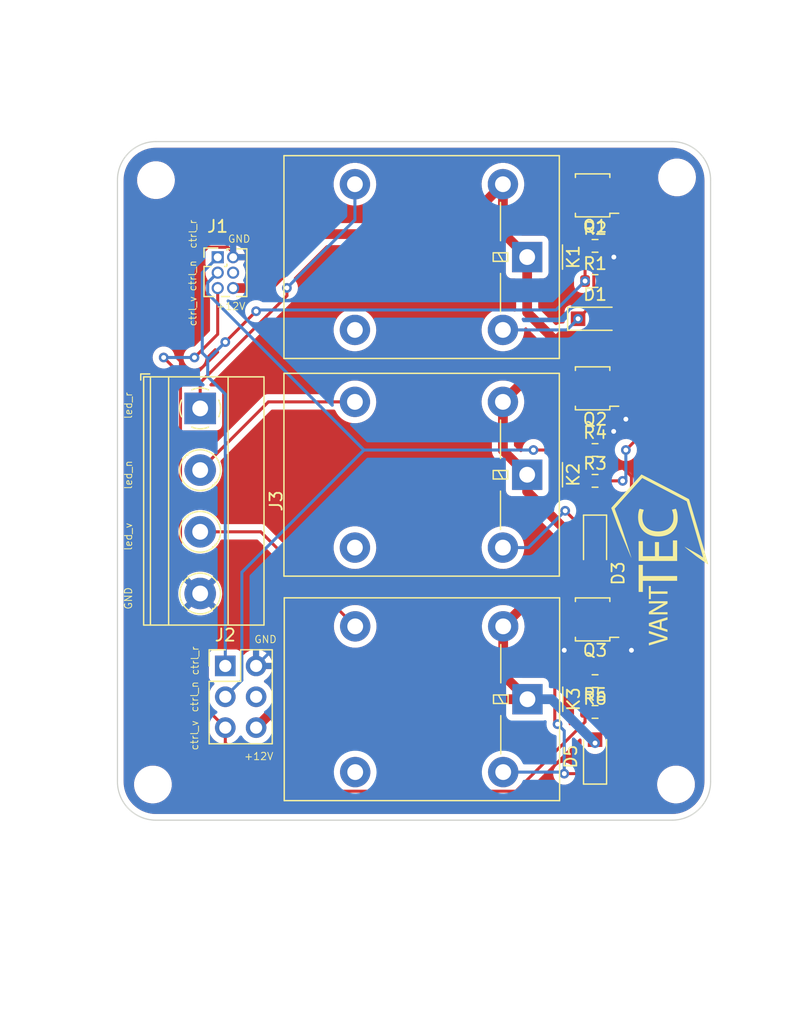
<source format=kicad_pcb>
(kicad_pcb (version 20211014) (generator pcbnew)
  (layers (0 "F.Cu" signal) (31 "B.Cu" signal) (34 "B.Paste" user) (35 "F.Paste" user) (36 "B.SilkS" user "B.Silkscreen") (37 "F.SilkS" user "F.Silkscreen") (38 "B.Mask" user) (39 "F.Mask" user) (44 "Edge.Cuts" user))
  (net 0 "")
  (net 1 "Net-(D1-Pad1)")
  (net 2 "Net-(D3-Pad1)")
  (net 3 "Net-(D5-Pad1)")
  (net 7 "+12V")
  (net 8 "GND")
  (net 9 "ctrl_rojo")
  (net 10 "ctrl_naranja")
  (net 11 "ctrl_verde")
  (net 12 "led_rojo")
  (net 13 "led_naranja")
  (net 14 "led_verde")
  (net 15 "Net-(Q1-Pad4)")
  (net 16 "Net-(Q2-Pad4)")
  (net 17 "Net-(Q3-Pad4)")
  (footprint "Resistor_SMD:R_0603_1608Metric" (layer "F.Cu") (at 195.58 48.26)
    (fp_text reference "R4" (at 0 -1.43) (layer "F.SilkS"))
    (fp_text value "10k")
    (pad "1" smd roundrect (at -0.825 0) (size 0.8 0.95) (layers "F.Cu" "F.Paste" "F.Mask") (net 10 "ctrl_naranja"))
    (pad "2" smd roundrect (at 0.825 0) (size 0.8 0.95) (layers "F.Cu" "F.Paste" "F.Mask") (net 8 "GND"))
  )
  (footprint "Resistor_SMD:R_0603_1608Metric" (layer "F.Cu") (at 195.58 69.828957)
    (fp_text reference "R5" (at 0 -1.43) (layer "F.SilkS"))
    (fp_text value "10k")
    (pad "1" smd roundrect (at -0.825 0) (size 0.8 0.95) (layers "F.Cu" "F.Paste" "F.Mask") (net 11 "ctrl_verde"))
    (pad "2" smd roundrect (at 0.825 0) (size 0.8 0.95) (layers "F.Cu" "F.Paste" "F.Mask") (net 17 "Net-(Q3-Pad4)"))
  )
  (footprint "Relay_THT:Relay_SPDT_Omron-G5LE-1" (layer "F.Cu") (at 189.985 32.370244 -90)
    (fp_text reference "K1" (at 0 -3.8 90) (layer "F.SilkS"))
    (fp_text value "G5LE-1")
    (pad "1" thru_hole rect (at 0 0 270) (size 2.5 2.5) (drill 1.3) (layers *.Cu *.Mask) (net 7 "+12V"))
    (pad "2" thru_hole oval (at -6 2 270) (size 2.5 2.5) (drill 1.3) (layers *.Cu *.Mask) (net 7 "+12V"))
    (pad "3" thru_hole oval (at -6 14.2 270) (size 2.5 2.5) (drill 1.3) (layers *.Cu *.Mask) (net 12 "led_rojo"))
    (pad "4" thru_hole oval (at 6 14.2 270) (size 2.5 2.5) (drill 1.3) (layers *.Cu *.Mask))
    (pad "5" thru_hole oval (at 6 2 270) (size 2.5 2.5) (drill 1.3) (layers *.Cu *.Mask) (net 1 "Net-(D1-Pad1)"))
  )
  (footprint "Relay_THT:Relay_SPDT_Omron-G5LE-1" (layer "F.Cu") (at 190.009215 68.781388 -90)
    (fp_text reference "K3" (at 0 -3.8 90) (layer "F.SilkS"))
    (fp_text value "G5LE-1")
    (pad "1" thru_hole rect (at 0 0 270) (size 2.5 2.5) (drill 1.3) (layers *.Cu *.Mask) (net 7 "+12V"))
    (pad "2" thru_hole oval (at -6 2 270) (size 2.5 2.5) (drill 1.3) (layers *.Cu *.Mask) (net 7 "+12V"))
    (pad "3" thru_hole oval (at -6 14.2 270) (size 2.5 2.5) (drill 1.3) (layers *.Cu *.Mask) (net 14 "led_verde"))
    (pad "4" thru_hole oval (at 6 14.2 270) (size 2.5 2.5) (drill 1.3) (layers *.Cu *.Mask))
    (pad "5" thru_hole oval (at 6 2 270) (size 2.5 2.5) (drill 1.3) (layers *.Cu *.Mask) (net 3 "Net-(D5-Pad1)"))
  )
  (footprint "Diode_SMD:Nexperia_CFP3_SOD-123W" (layer "F.Cu") (at 195.58 55.88 -90)
    (fp_text reference "D3" (at 2.54 -1.905 90) (layer "F.SilkS"))
    (fp_text value "DIODE")
    (pad "1" smd rect (at -1.4 0 270) (size 1.2 1.2) (layers "F.Cu" "F.Paste" "F.Mask") (net 2 "Net-(D3-Pad1)"))
    (pad "2" smd rect (at 1.4 0 270) (size 1.2 1.2) (layers "F.Cu" "F.Paste" "F.Mask") (net 7 "+12V"))
  )
  (footprint "MountingHole:MountingHole_2.1mm" (layer "F.Cu") (at 202.338543 25.811192)
    (fp_text reference "REF**" hide)
    (fp_text value "MountingHole_2.1mm")
    (pad "" np_thru_hole circle (at 0 0) (size 2.1 2.1) (drill 2.1) (layers *.Cu *.Mask))
  )
  (footprint "TerminalBlock_Phoenix:TerminalBlock_Phoenix_MKDS-1,5-4-5.08_1x04_P5.08mm_Horizontal" (layer "F.Cu") (at 163.03 44.835 -90)
    (fp_text reference "J3" (at 7.62 -6.26 90) (layer "F.SilkS"))
    (fp_text value "Screw_Terminal_01x04")
    (pad "1" thru_hole rect (at 0 0 270) (size 2.6 2.6) (drill 1.3) (layers *.Cu *.Mask) (net 12 "led_rojo"))
    (pad "2" thru_hole circle (at 5.08 0 270) (size 2.6 2.6) (drill 1.3) (layers *.Cu *.Mask) (net 13 "led_naranja"))
    (pad "3" thru_hole circle (at 10.16 0 270) (size 2.6 2.6) (drill 1.3) (layers *.Cu *.Mask) (net 14 "led_verde"))
    (pad "4" thru_hole circle (at 15.24 0 270) (size 2.6 2.6) (drill 1.3) (layers *.Cu *.Mask) (net 8 "GND"))
  )
  (footprint "Resistor_SMD:R_0603_1608Metric" (layer "F.Cu") (at 195.58 31.448827)
    (fp_text reference "R2" (at 0 -1.43) (layer "F.SilkS"))
    (fp_text value "10k")
    (pad "1" smd roundrect (at -0.825 0) (size 0.8 0.95) (layers "F.Cu" "F.Paste" "F.Mask") (net 9 "ctrl_rojo"))
    (pad "2" smd roundrect (at 0.825 0) (size 0.8 0.95) (layers "F.Cu" "F.Paste" "F.Mask") (net 8 "GND"))
  )
  (footprint "Connector_PinHeader_2.54mm:PinHeader_2x03_P2.54mm_Vertical" (layer "F.Cu") (at 165.1 66.04)
    (fp_text reference "J2" (at 0 -2.54) (layer "F.SilkS"))
    (fp_text value "Conn_01x06_Male")
    (pad "1" thru_hole rect (at 0 0) (size 1.7 1.7) (drill 1) (layers *.Cu *.Mask) (net 9 "ctrl_rojo"))
    (pad "2" thru_hole oval (at 2.54 0) (size 1.7 1.7) (drill 1) (layers *.Cu *.Mask) (net 8 "GND"))
    (pad "3" thru_hole oval (at 0 2.54) (size 1.7 1.7) (drill 1) (layers *.Cu *.Mask) (net 10 "ctrl_naranja"))
    (pad "4" thru_hole oval (at 2.54 2.54) (size 1.7 1.7) (drill 1) (layers *.Cu *.Mask))
    (pad "5" thru_hole oval (at 0 5.08) (size 1.7 1.7) (drill 1) (layers *.Cu *.Mask) (net 11 "ctrl_verde"))
    (pad "6" thru_hole oval (at 2.54 5.08) (size 1.7 1.7) (drill 1) (layers *.Cu *.Mask) (net 7 "+12V"))
  )
  (footprint "Package_TO_SOT_SMD:LFPAK33" (layer "F.Cu") (at 195.58 27.290244 180)
    (fp_text reference "Q1" (at 0 -2.55) (layer "F.SilkS"))
    (fp_text value "BUK7M9R9-60EX")
    (pad "1" smd rect (at -1.535 -0.975 180) (size 0.83 0.4) (layers "F.Cu" "F.Mask") (net 8 "GND"))
    (pad "2" smd rect (at -1.535 -0.325 180) (size 0.83 0.4) (layers "F.Cu" "F.Mask") (net 8 "GND"))
    (pad "3" smd rect (at -1.535 0.325 180) (size 0.83 0.4) (layers "F.Cu" "F.Mask") (net 8 "GND"))
    (pad "4" smd rect (at -1.535 0.975 180) (size 0.83 0.4) (layers "F.Cu" "F.Mask") (net 15 "Net-(Q1-Pad4)"))
    (pad "5" smd custom (at 0.405 0 180) (size 1.85 2.25) (layers "F.Cu" "F.Mask") (net 1 "Net-(D1-Pad1)") (options (clearance outline) (anchor rect)) (primitives (gr_poly (pts (xy 1.545 -0.775) (xy 0.925 -0.775) (xy 0.925 -1.175) (xy 1.545 -1.175)) (width 0) (fill yes)) (gr_poly (pts (xy 1.545 -0.125) (xy 0.925 -0.125) (xy 0.925 -0.525) (xy 1.545 -0.525)) (width 0) (fill yes)) (gr_poly (pts (xy 1.545 0.525) (xy 0.925 0.525) (xy 0.925 0.125) (xy 1.545 0.125)) (width 0) (fill yes)) (gr_poly (pts (xy 1.545 1.175) (xy 0.925 1.175) (xy 0.925 0.775) (xy 1.545 0.775)) (width 0) (fill yes))))
  )
  (footprint "Resistor_SMD:R_0603_1608Metric" (layer "F.Cu") (at 195.58 34.342659)
    (fp_text reference "R1" (at 0 -1.43) (layer "F.SilkS"))
    (fp_text value "10k")
    (pad "1" smd roundrect (at -0.825 0) (size 0.8 0.95) (layers "F.Cu" "F.Paste" "F.Mask") (net 9 "ctrl_rojo"))
    (pad "2" smd roundrect (at 0.825 0) (size 0.8 0.95) (layers "F.Cu" "F.Paste" "F.Mask") (net 15 "Net-(Q1-Pad4)"))
  )
  (footprint "LogoVanttec 5mm:Vanttec_8mm" (layer "F.Cu") (at 200.912646 57.320242 90)
    (fp_text reference "G***" hide)
    (fp_text value "LOGO" hide)
  )
  (footprint "Diode_SMD:Nexperia_CFP3_SOD-123W" (layer "F.Cu") (at 195.58 73.508957 90)
    (fp_text reference "D5" (at 0 -2 90) (layer "F.SilkS"))
    (fp_text value "DIODE")
    (pad "1" smd rect (at -1.4 0 90) (size 1.2 1.2) (layers "F.Cu" "F.Paste" "F.Mask") (net 3 "Net-(D5-Pad1)"))
    (pad "2" smd rect (at 1.4 0 90) (size 1.2 1.2) (layers "F.Cu" "F.Paste" "F.Mask") (net 7 "+12V"))
  )
  (footprint "MountingHole:MountingHole_2.1mm" (layer "F.Cu") (at 202.255774 75.803359)
    (fp_text reference "REF**" hide)
    (fp_text value "MountingHole_2.1mm")
    (pad "" np_thru_hole circle (at 0 0) (size 2.1 2.1) (drill 2.1) (layers *.Cu *.Mask))
  )
  (footprint "MountingHole:MountingHole_2.1mm" (layer "F.Cu") (at 159.133392 75.803359)
    (fp_text reference "REF**" hide)
    (fp_text value "MountingHole_2.1mm")
    (pad "" np_thru_hole circle (at 0 0) (size 2.1 2.1) (drill 2.1) (layers *.Cu *.Mask))
  )
  (footprint "Package_TO_SOT_SMD:LFPAK33" (layer "F.Cu") (at 195.58 43.18 180)
    (fp_text reference "Q2" (at 0 -2.55) (layer "F.SilkS"))
    (fp_text value "BUK7M9R9-60EX")
    (pad "1" smd rect (at -1.535 -0.975 180) (size 0.83 0.4) (layers "F.Cu" "F.Mask") (net 8 "GND"))
    (pad "2" smd rect (at -1.535 -0.325 180) (size 0.83 0.4) (layers "F.Cu" "F.Mask") (net 8 "GND"))
    (pad "3" smd rect (at -1.535 0.325 180) (size 0.83 0.4) (layers "F.Cu" "F.Mask") (net 8 "GND"))
    (pad "4" smd rect (at -1.535 0.975 180) (size 0.83 0.4) (layers "F.Cu" "F.Mask") (net 16 "Net-(Q2-Pad4)"))
    (pad "5" smd custom (at 0.405 0 180) (size 1.85 2.25) (layers "F.Cu" "F.Mask") (net 2 "Net-(D3-Pad1)") (options (clearance outline) (anchor rect)) (primitives (gr_poly (pts (xy 1.545 -0.775) (xy 0.925 -0.775) (xy 0.925 -1.175) (xy 1.545 -1.175)) (width 0) (fill yes)) (gr_poly (pts (xy 1.545 -0.125) (xy 0.925 -0.125) (xy 0.925 -0.525) (xy 1.545 -0.525)) (width 0) (fill yes)) (gr_poly (pts (xy 1.545 0.525) (xy 0.925 0.525) (xy 0.925 0.125) (xy 1.545 0.125)) (width 0) (fill yes)) (gr_poly (pts (xy 1.545 1.175) (xy 0.925 1.175) (xy 0.925 0.775) (xy 1.545 0.775)) (width 0) (fill yes))))
  )
  (footprint "Package_TO_SOT_SMD:LFPAK33" (layer "F.Cu") (at 195.58 62.208957 180)
    (fp_text reference "Q3" (at 0 -2.55) (layer "F.SilkS"))
    (fp_text value "BUK7M9R9-60EX")
    (pad "1" smd rect (at -1.535 -0.975 180) (size 0.83 0.4) (layers "F.Cu" "F.Mask") (net 8 "GND"))
    (pad "2" smd rect (at -1.535 -0.325 180) (size 0.83 0.4) (layers "F.Cu" "F.Mask") (net 8 "GND"))
    (pad "3" smd rect (at -1.535 0.325 180) (size 0.83 0.4) (layers "F.Cu" "F.Mask") (net 8 "GND"))
    (pad "4" smd rect (at -1.535 0.975 180) (size 0.83 0.4) (layers "F.Cu" "F.Mask") (net 17 "Net-(Q3-Pad4)"))
    (pad "5" smd custom (at 0.405 0 180) (size 1.85 2.25) (layers "F.Cu" "F.Mask") (net 3 "Net-(D5-Pad1)") (options (clearance outline) (anchor rect)) (primitives (gr_poly (pts (xy 1.545 -0.775) (xy 0.925 -0.775) (xy 0.925 -1.175) (xy 1.545 -1.175)) (width 0) (fill yes)) (gr_poly (pts (xy 1.545 -0.125) (xy 0.925 -0.125) (xy 0.925 -0.525) (xy 1.545 -0.525)) (width 0) (fill yes)) (gr_poly (pts (xy 1.545 0.525) (xy 0.925 0.525) (xy 0.925 0.125) (xy 1.545 0.125)) (width 0) (fill yes)) (gr_poly (pts (xy 1.545 1.175) (xy 0.925 1.175) (xy 0.925 0.775) (xy 1.545 0.775)) (width 0) (fill yes))))
  )
  (footprint "Resistor_SMD:R_0603_1608Metric" (layer "F.Cu") (at 195.58 67.288957 180)
    (fp_text reference "R6" (at 0 -1.43) (layer "F.SilkS"))
    (fp_text value "10k")
    (pad "1" smd roundrect (at -0.825 0 180) (size 0.8 0.95) (layers "F.Cu" "F.Paste" "F.Mask") (net 8 "GND"))
    (pad "2" smd roundrect (at 0.825 0 180) (size 0.8 0.95) (layers "F.Cu" "F.Paste" "F.Mask") (net 11 "ctrl_verde"))
  )
  (footprint "Diode_SMD:Nexperia_CFP3_SOD-123W" (layer "F.Cu") (at 195.58 37.450244)
    (fp_text reference "D1" (at 0 -2) (layer "F.SilkS"))
    (fp_text value "DIODE")
    (pad "1" smd rect (at -1.4 0) (size 1.2 1.2) (layers "F.Cu" "F.Paste" "F.Mask") (net 1 "Net-(D1-Pad1)"))
    (pad "2" smd rect (at 1.4 0) (size 1.2 1.2) (layers "F.Cu" "F.Paste" "F.Mask") (net 7 "+12V"))
  )
  (footprint "Connector_PinHeader_1.27mm:PinHeader_2x03_P1.27mm_Vertical" (layer "F.Cu") (at 164.475 32.385)
    (fp_text reference "J1" (at -0.01 -2.54) (layer "F.SilkS"))
    (fp_text value "Conn_01x06_Male")
    (pad "1" thru_hole rect (at 0 0) (size 1 1) (drill 0.65) (layers *.Cu *.Mask) (net 9 "ctrl_rojo"))
    (pad "2" thru_hole oval (at 1.27 0) (size 1 1) (drill 0.65) (layers *.Cu *.Mask) (net 8 "GND"))
    (pad "3" thru_hole oval (at 0 1.27) (size 1 1) (drill 0.65) (layers *.Cu *.Mask) (net 10 "ctrl_naranja"))
    (pad "4" thru_hole oval (at 1.27 1.27) (size 1 1) (drill 0.65) (layers *.Cu *.Mask))
    (pad "5" thru_hole oval (at 0 2.54) (size 1 1) (drill 0.65) (layers *.Cu *.Mask) (net 11 "ctrl_verde"))
    (pad "6" thru_hole oval (at 1.27 2.54) (size 1 1) (drill 0.65) (layers *.Cu *.Mask) (net 7 "+12V"))
  )
  (footprint "Relay_THT:Relay_SPDT_Omron-G5LE-1" (layer "F.Cu") (at 189.985 50.295 -90)
    (fp_text reference "K2" (at 0 -3.8 90) (layer "F.SilkS"))
    (fp_text value "G5LE-1")
    (pad "1" thru_hole rect (at 0 0 270) (size 2.5 2.5) (drill 1.3) (layers *.Cu *.Mask) (net 7 "+12V"))
    (pad "2" thru_hole oval (at -6 2 270) (size 2.5 2.5) (drill 1.3) (layers *.Cu *.Mask) (net 7 "+12V"))
    (pad "3" thru_hole oval (at -6 14.2 270) (size 2.5 2.5) (drill 1.3) (layers *.Cu *.Mask) (net 13 "led_naranja"))
    (pad "4" thru_hole oval (at 6 14.2 270) (size 2.5 2.5) (drill 1.3) (layers *.Cu *.Mask))
    (pad "5" thru_hole oval (at 6 2 270) (size 2.5 2.5) (drill 1.3) (layers *.Cu *.Mask) (net 2 "Net-(D3-Pad1)"))
  )
  (footprint "Resistor_SMD:R_0603_1608Metric" (layer "F.Cu") (at 195.58 50.8)
    (fp_text reference "R3" (at 0 -1.43) (layer "F.SilkS"))
    (fp_text value "10k")
    (pad "1" smd roundrect (at -0.825 0) (size 0.8 0.95) (layers "F.Cu" "F.Paste" "F.Mask") (net 10 "ctrl_naranja"))
    (pad "2" smd roundrect (at 0.825 0) (size 0.8 0.95) (layers "F.Cu" "F.Paste" "F.Mask") (net 16 "Net-(Q2-Pad4)"))
  )
  (footprint "MountingHole:MountingHole_2.1mm" (layer "F.Cu") (at 159.385 26.035)
    (fp_text reference "REF**" hide)
    (fp_text value "MountingHole_2.1mm")
    (pad "" np_thru_hole circle (at 0 0) (size 2.1 2.1) (drill 2.1) (layers *.Cu *.Mask))
  )
  (gr_arc (start 201.93 22.86) (mid 204.175064 23.789936) (end 205.105 26.035) (layer "Edge.Cuts") (width 0.1))
  (gr_line (start 159.385 22.86) (end 201.93 22.86) (layer "Edge.Cuts") (width 0.1))
  (gr_arc (start 156.21 26.035) (mid 157.139936 23.789936) (end 159.385 22.86) (layer "Edge.Cuts") (width 0.1))
  (gr_line (start 201.93 78.74) (end 159.385 78.74) (layer "Edge.Cuts") (width 0.1))
  (gr_line (start 156.21 75.565) (end 156.21 26.035) (layer "Edge.Cuts") (width 0.1))
  (gr_line (start 205.105 26.035) (end 205.105 75.565) (layer "Edge.Cuts") (width 0.1))
  (gr_arc (start 159.385 78.74) (mid 157.139936 77.810064) (end 156.21 75.565) (layer "Edge.Cuts") (width 0.1))
  (gr_arc (start 205.105 75.565) (mid 204.175064 77.810064) (end 201.93 78.74) (layer "Edge.Cuts") (width 0.1))
  (gr_text "ctrl_r" (at 162.597765 65.614284 90) (layer "F.SilkS") (effects (font (size 0.6 0.6) (thickness 0.075))))
  (gr_text "ctrl_v" (at 162.56 71.755 90) (layer "F.SilkS") (effects (font (size 0.6 0.6) (thickness 0.075))))
  (gr_text "+12V" (at 165.55546 36.42712) (layer "F.SilkS") (effects (font (size 0.6 0.6) (thickness 0.075))))
  (gr_text "led_r" (at 157.11214 44.59795 90) (layer "F.SilkS") (effects (font (size 0.6 0.6) (thickness 0.075))))
  (gr_text "ctrl_n" (at 162.56 68.58 90) (layer "F.SilkS") (effects (font (size 0.6 0.6) (thickness 0.075))))
  (gr_text "GND" (at 166.242132 30.877631) (layer "F.SilkS") (effects (font (size 0.6 0.6) (thickness 0.075))))
  (gr_text "+12V" (at 167.858766 73.483494) (layer "F.SilkS") (effects (font (size 0.6 0.6) (thickness 0.075))))
  (gr_text "ctrl_v" (at 162.416388 36.83 90) (layer "F.SilkS") (effects (font (size 0.6 0.6) (thickness 0.075))))
  (gr_text "GND" (at 157.11214 60.47295 90) (layer "F.SilkS") (effects (font (size 0.6 0.6) (thickness 0.075))))
  (gr_text "ctrl_n" (at 162.403953 33.911695 90) (layer "F.SilkS") (effects (font (size 0.6 0.6) (thickness 0.075))))
  (gr_text "led_v" (at 157.11214 55.39295 90) (layer "F.SilkS") (effects (font (size 0.6 0.6) (thickness 0.075))))
  (gr_text "ctrl_r" (at 162.426379 30.48 90) (layer "F.SilkS") (effects (font (size 0.6 0.6) (thickness 0.075))))
  (gr_text "GND" (at 168.416076 63.853186) (layer "F.SilkS") (effects (font (size 0.6 0.6) (thickness 0.075))))
  (gr_text "led_n" (at 157.11214 50.31295 90) (layer "F.SilkS") (effects (font (size 0.6 0.6) (thickness 0.075))))
  (segment (start 195.47952 36.150724) (end 194.18 37.450244) (width 0.25) (layer "F.Cu") (net 1))
  (segment (start 195.175 27.290244) (end 195.47952 27.594764) (width 0.25) (layer "F.Cu") (net 1))
  (segment (start 195.47952 27.594764) (end 195.47952 36.150724) (width 0.25) (layer "F.Cu") (net 1))
  (via (at 194.18 37.450244) (size 0.8) (drill 0.4) (layers "F.Cu" "B.Cu") (net 1))
  (segment (start 193.26 38.370244) (end 194.18 37.450244) (width 0.25) (layer "B.Cu") (net 1))
  (segment (start 187.985 38.370244) (end 193.26 38.370244) (width 0.25) (layer "B.Cu") (net 1))
  (segment (start 193.117464 53.262536) (end 194.334928 54.48) (width 0.25) (layer "F.Cu") (net 2))
  (segment (start 195.175 43.18) (end 195.58 43.585) (width 0.25) (layer "F.Cu") (net 2))
  (segment (start 194.334928 54.48) (end 195.58 54.48) (width 0.25) (layer "F.Cu") (net 2))
  (segment (start 195.58 43.585) (end 195.58 54.48) (width 0.25) (layer "F.Cu") (net 2))
  (via (at 193.117464 53.262536) (size 0.8) (drill 0.4) (layers "F.Cu" "B.Cu") (net 2))
  (segment (start 190.085 56.295) (end 193.04 53.34) (width 0.25) (layer "B.Cu") (net 2))
  (segment (start 187.985 56.295) (end 190.085 56.295) (width 0.25) (layer "B.Cu") (net 2))
  (segment (start 193.04 53.34) (end 193.117464 53.262536) (width 0.25) (layer "B.Cu") (net 2))
  (segment (start 192.262536 70.606421) (end 192.489321 70.833206) (width 0.25) (layer "F.Cu") (net 3))
  (segment (start 194.555386 62.208957) (end 192.262536 64.501807) (width 0.25) (layer "F.Cu") (net 3))
  (segment (start 195.175 62.208957) (end 194.555386 62.208957) (width 0.25) (layer "F.Cu") (net 3))
  (segment (start 192.262536 64.501807) (end 192.262536 70.606421) (width 0.25) (layer "F.Cu") (net 3))
  (segment (start 195.58 74.908957) (end 193.04 74.908957) (width 0.25) (layer "F.Cu") (net 3))
  (via (at 193.04 74.908957) (size 0.8) (drill 0.4) (layers "F.Cu" "B.Cu") (net 3))
  (via (at 192.489321 70.833206) (size 0.8) (drill 0.4) (layers "F.Cu" "B.Cu") (net 3))
  (segment (start 192.912431 74.781388) (end 188.009215 74.781388) (width 0.25) (layer "B.Cu") (net 3))
  (segment (start 193.04 74.908957) (end 192.912431 74.781388) (width 0.25) (layer "B.Cu") (net 3))
  (segment (start 192.489321 70.833206) (end 193.04 71.383885) (width 0.25) (layer "B.Cu") (net 3))
  (segment (start 193.04 71.383885) (end 193.04 74.908957) (width 0.25) (layer "B.Cu") (net 3))
  (segment (start 195.58 57.28) (end 192.261646 57.28) (width 0.8) (layer "F.Cu") (net 7))
  (segment (start 183.875244 30.48) (end 187.985 26.370244) (width 0.8) (layer "F.Cu") (net 7))
  (segment (start 192.880489 38.749755) (end 195.680489 38.749755) (width 0.8) (layer "F.Cu") (net 7))
  (segment (start 187.985 26.370244) (end 187.985 30.370244) (width 0.8) (layer "F.Cu") (net 7))
  (segment (start 183.875244 30.48) (end 173.0553 30.48) (width 0.8) (layer "F.Cu") (net 7))
  (segment (start 192.261646 58.528957) (end 188.009215 62.781388) (width 0.8) (layer "F.Cu") (net 7))
  (segment (start 189.985 51.685) (end 195.58 57.28) (width 0.8) (layer "F.Cu") (net 7))
  (segment (start 192.34 39.94) (end 187.985 44.295) (width 0.8) (layer "F.Cu") (net 7))
  (segment (start 195.680489 38.749755) (end 196.98 37.450244) (width 0.8) (layer "F.Cu") (net 7))
  (segment (start 192.261646 57.28) (end 192.261646 58.528957) (width 0.8) (layer "F.Cu") (net 7))
  (segment (start 168.6103 34.925) (end 165.745 34.925) (width 0.8) (layer "F.Cu") (net 7))
  (segment (start 189.985 32.370244) (end 189.985 36.935244) (width 0.8) (layer "F.Cu") (net 7))
  (segment (start 187.985 44.295) (end 187.985 48.295) (width 0.8) (layer "F.Cu") (net 7))
  (segment (start 188.009215 66.781388) (end 190.009215 68.781388) (width 0.8) (layer "F.Cu") (net 7))
  (segment (start 189.985 36.935244) (end 192.34 39.290244) (width 0.8) (layer "F.Cu") (net 7))
  (segment (start 169.978612 68.781388) (end 190.009215 68.781388) (width 0.8) (layer "F.Cu") (net 7))
  (segment (start 192.34 39.290244) (end 192.880489 38.749755) (width 0.8) (layer "F.Cu") (net 7))
  (segment (start 187.985 30.370244) (end 189.985 32.370244) (width 0.8) (layer "F.Cu") (net 7))
  (segment (start 192.34 39.290244) (end 192.34 39.94) (width 0.8) (layer "F.Cu") (net 7))
  (segment (start 187.985 48.295) (end 189.985 50.295) (width 0.8) (layer "F.Cu") (net 7))
  (segment (start 173.0553 30.48) (end 168.6103 34.925) (width 0.8) (layer "F.Cu") (net 7))
  (segment (start 188.009215 62.781388) (end 188.009215 66.781388) (width 0.8) (layer "F.Cu") (net 7))
  (segment (start 189.985 50.295) (end 189.985 51.685) (width 0.8) (layer "F.Cu") (net 7))
  (segment (start 167.64 71.12) (end 169.978612 68.781388) (width 0.8) (layer "F.Cu") (net 7))
  (via (at 195.58 72.39) (size 0.8) (drill 0.4) (layers "F.Cu" "B.Cu") (net 7))
  (segment (start 191.992431 68.781388) (end 195.58 72.368957) (width 0.8) (layer "B.Cu") (net 7))
  (segment (start 195.58 72.368957) (end 195.58 72.39) (width 0.8) (layer "B.Cu") (net 7))
  (segment (start 190.009215 68.781388) (end 191.992431 68.781388) (width 0.8) (layer "B.Cu") (net 7))
  (segment (start 197.115 63.183957) (end 196.9 63.183957) (width 0.25) (layer "F.Cu") (net 8))
  (segment (start 195.335 64.748957) (end 193.865 64.748957) (width 0.25) (layer "F.Cu") (net 8))
  (segment (start 196.405 48.26) (end 198.579011 50.434011) (width 0.25) (layer "F.Cu") (net 8))
  (segment (start 163.650489 31.560489) (end 161.405489 33.805489) (width 0.25) (layer "F.Cu") (net 8))
  (segment (start 196.405 48.26) (end 197.115 47.55) (width 0.25) (layer "F.Cu") (net 8))
  (segment (start 198.12 45.72) (end 197.115 46.725) (width 0.25) (layer "F.Cu") (net 8))
  (segment (start 198.579011 50.434011) (end 198.579011 64.748957) (width 0.25) (layer "F.Cu") (net 8))
  (segment (start 197.115 42.855) (end 197.115 44.155) (width 0.25) (layer "F.Cu") (net 8))
  (segment (start 197.115 47.55) (end 197.115 46.725) (width 0.25) (layer "F.Cu") (net 8))
  (segment (start 197.115 46.725) (end 197.115 44.155) (width 0.25) (layer "F.Cu") (net 8))
  (segment (start 163.03 60.075) (end 167.64 64.685) (width 0.25) (layer "F.Cu") (net 8))
  (segment (start 193.865 64.748957) (end 196.405 67.288957) (width 0.25) (layer "F.Cu") (net 8))
  (segment (start 197.115 30.738827) (end 196.405 31.448827) (width 0.25) (layer "F.Cu") (net 8))
  (segment (start 196.405 31.645233) (end 197.130011 32.370244) (width 0.25) (layer "F.Cu") (net 8))
  (segment (start 197.115 26.965244) (end 197.115 28.265244) (width 0.25) (layer "F.Cu") (net 8))
  (segment (start 167.64 64.685) (end 167.64 66.04) (width 0.25) (layer "F.Cu") (net 8))
  (segment (start 196.405 31.448827) (end 196.405 31.645233) (width 0.25) (layer "F.Cu") (net 8))
  (segment (start 161.405489 33.805489) (end 161.405489 58.450489) (width 0.25) (layer "F.Cu") (net 8))
  (segment (start 193.04 64.748957) (end 193.865 64.748957) (width 0.25) (layer "F.Cu") (net 8))
  (segment (start 165.745 32.005978) (end 165.299511 31.560489) (width 0.25) (layer "F.Cu") (net 8))
  (segment (start 165.299511 31.560489) (end 163.650489 31.560489) (width 0.25) (layer "F.Cu") (net 8))
  (segment (start 197.115 28.265244) (end 197.115 30.738827) (width 0.25) (layer "F.Cu") (net 8))
  (segment (start 196.9 63.183957) (end 195.335 64.748957) (width 0.25) (layer "F.Cu") (net 8))
  (segment (start 161.405489 58.450489) (end 163.03 60.075) (width 0.25) (layer "F.Cu") (net 8))
  (segment (start 165.745 32.385) (end 165.745 32.005978) (width 0.25) (layer "F.Cu") (net 8))
  (segment (start 197.115 63.183957) (end 197.115 61.883957) (width 0.25) (layer "F.Cu") (net 8))
  (via (at 198.12 45.72) (size 0.8) (drill 0.4) (layers "F.Cu" "B.Cu") (net 8))
  (via (at 197.130011 32.370244) (size 0.8) (drill 0.4) (layers "F.Cu" "B.Cu") (net 8))
  (via (at 198.579011 64.748957) (size 0.8) (drill 0.4) (layers "F.Cu" "B.Cu") (net 8))
  (via (at 197.115 46.725) (size 0.8) (drill 0.4) (layers "F.Cu" "B.Cu") (net 8))
  (via (at 193.04 64.748957) (size 0.8) (drill 0.4) (layers "F.Cu" "B.Cu") (net 8))
  (segment (start 168.931043 64.748957) (end 167.64 66.04) (width 0.25) (layer "B.Cu") (net 8))
  (segment (start 193.04 64.748957) (end 168.931043 64.748957) (width 0.25) (layer "B.Cu") (net 8))
  (segment (start 198.579011 64.748957) (end 193.04 64.748957) (width 0.25) (layer "B.Cu") (net 8))
  (segment (start 197.949883 33.190117) (end 197.99307 33.233303) (width 0.25) (layer "B.Cu") (net 8))
  (segment (start 197.99307 45.59307) (end 198.12 45.72) (width 0.25) (layer "B.Cu") (net 8))
  (segment (start 197.130011 32.370244) (end 197.949883 33.190117) (width 0.25) (layer "B.Cu") (net 8))
  (segment (start 197.949883 33.190117) (end 198.12 33.360234) (width 0.25) (layer "B.Cu") (net 8))
  (segment (start 198.12 33.360234) (end 198.12 45.72) (width 0.25) (layer "B.Cu") (net 8))
  (segment (start 167.64 36.83) (end 165.1 39.37) (width 0.25) (layer "F.Cu") (net 9))
  (segment (start 194.755 34.342659) (end 194.755 31.448827) (width 0.25) (layer "F.Cu") (net 9))
  (via (at 194.755 34.342659) (size 0.8) (drill 0.4) (layers "F.Cu" "B.Cu") (net 9))
  (via (at 167.64 36.83) (size 0.8) (drill 0.4) (layers "F.Cu" "B.Cu") (net 9))
  (via (at 165.1 39.37) (size 0.8) (drill 0.4) (layers "F.Cu" "B.Cu") (net 9))
  (segment (start 194.73236 34.342659) (end 194.755 34.342659) (width 0.25) (layer "B.Cu") (net 9))
  (segment (start 163.764125 40.705875) (end 163.650489 40.705875) (width 0.25) (layer "B.Cu") (net 9))
  (segment (start 167.705245 36.764755) (end 167.64 36.83) (width 0.25) (layer "B.Cu") (net 9))
  (segment (start 163.200969 33.659031) (end 163.200969 40.256355) (width 0.25) (layer "B.Cu") (net 9))
  (segment (start 192.371926 36.725733) (end 194.755 34.342659) (width 0.25) (layer "B.Cu") (net 9))
  (segment (start 165.1 39.37) (end 163.764125 40.705875) (width 0.25) (layer "B.Cu") (net 9))
  (segment (start 167.705245 36.725733) (end 167.705245 36.764755) (width 0.25) (layer "B.Cu") (net 9))
  (segment (start 163.200969 40.256355) (end 163.650489 40.705875) (width 0.25) (layer "B.Cu") (net 9))
  (segment (start 164.475 32.385) (end 163.200969 33.659031) (width 0.25) (layer "B.Cu") (net 9))
  (segment (start 163.650489 40.705875) (end 163.650489 42.206467) (width 0.25) (layer "B.Cu") (net 9))
  (segment (start 165.1 43.655978) (end 165.1 66.04) (width 0.25) (layer "B.Cu") (net 9))
  (segment (start 163.650489 42.206467) (end 165.1 43.655978) (width 0.25) (layer "B.Cu") (net 9))
  (segment (start 167.705245 36.725733) (end 192.371926 36.725733) (width 0.25) (layer "B.Cu") (net 9))
  (segment (start 194.755 48.26) (end 190.5 48.26) (width 0.25) (layer "F.Cu") (net 10))
  (segment (start 194.755 48.26) (end 194.755 50.8) (width 0.25) (layer "F.Cu") (net 10))
  (via (at 190.5 48.26) (size 0.8) (drill 0.4) (layers "F.Cu" "B.Cu") (net 10))
  (segment (start 164.475 33.655) (end 163.650489 34.479511) (width 0.25) (layer "B.Cu") (net 10))
  (segment (start 190.5 48.26) (end 176.53 48.26) (width 0.25) (layer "B.Cu") (net 10))
  (segment (start 176.53 48.26) (end 166.465489 58.324511) (width 0.25) (layer "B.Cu") (net 10))
  (segment (start 163.650489 35.380489) (end 176.53 48.26) (width 0.25) (layer "B.Cu") (net 10))
  (segment (start 166.465489 67.214511) (end 165.1 68.58) (width 0.25) (layer "B.Cu") (net 10))
  (segment (start 163.650489 34.479511) (end 163.650489 35.380489) (width 0.25) (layer "B.Cu") (net 10))
  (segment (start 166.465489 58.324511) (end 166.465489 67.214511) (width 0.25) (layer "B.Cu") (net 10))
  (segment (start 165.1 71.12) (end 165.1 72.368957) (width 0.25) (layer "F.Cu") (net 11))
  (segment (start 165.1 71.12) (end 160.955969 66.975969) (width 0.25) (layer "F.Cu") (net 11))
  (segment (start 194.755 70.653957) (end 194.755 69.828957) (width 0.25) (layer "F.Cu") (net 11))
  (segment (start 164.475 38.725) (end 164.475 34.925) (width 0.25) (layer "F.Cu") (net 11))
  (segment (start 194.755 67.288957) (end 194.755 69.828957) (width 0.25) (layer "F.Cu") (net 11))
  (segment (start 162.56 40.64) (end 164.475 38.725) (width 0.25) (layer "F.Cu") (net 11))
  (segment (start 160.955969 66.975969) (end 160.955969 41.575969) (width 0.25) (layer "F.Cu") (net 11))
  (segment (start 169.086942 76.355899) (end 189.053058 76.355899) (width 0.25) (layer "F.Cu") (net 11))
  (segment (start 165.1 72.368957) (end 169.086942 76.355899) (width 0.25) (layer "F.Cu") (net 11))
  (segment (start 189.053058 76.355899) (end 194.755 70.653957) (width 0.25) (layer "F.Cu") (net 11))
  (segment (start 160.955969 41.575969) (end 160.02 40.64) (width 0.25) (layer "F.Cu") (net 11))
  (via (at 162.56 40.64) (size 0.8) (drill 0.4) (layers "F.Cu" "B.Cu") (net 11))
  (via (at 160.02 40.64) (size 0.8) (drill 0.4) (layers "F.Cu" "B.Cu") (net 11))
  (segment (start 160.02 40.64) (end 162.56 40.64) (width 0.25) (layer "B.Cu") (net 11))
  (segment (start 170.18 35.56) (end 170.18 34.910244) (width 0.25) (layer "F.Cu") (net 12))
  (segment (start 163.03 42.71) (end 163.03 44.835) (width 0.25) (layer "F.Cu") (net 12))
  (segment (start 163.03 42.71) (end 170.18 35.56) (width 0.25) (layer "F.Cu") (net 12))
  (via (at 170.18 34.910244) (size 0.8) (drill 0.4) (layers "F.Cu" "B.Cu") (net 12))
  (segment (start 175.785 26.370244) (end 175.785 29.305244) (width 0.25) (layer "B.Cu") (net 12))
  (segment (start 175.785 29.305244) (end 170.18 34.910244) (width 0.25) (layer "B.Cu") (net 12))
  (segment (start 168.65 44.295) (end 175.785 44.295) (width 0.25) (layer "F.Cu") (net 13))
  (segment (start 163.03 49.915) (end 168.65 44.295) (width 0.25) (layer "F.Cu") (net 13))
  (segment (start 163.03 54.995) (end 168.022827 54.995) (width 0.25) (layer "F.Cu") (net 14))
  (segment (start 168.022827 54.995) (end 175.809215 62.781388) (width 0.25) (layer "F.Cu") (net 14))
  (segment (start 197.854511 26.389755) (end 197.78 26.315244) (width 0.25) (layer "F.Cu") (net 15))
  (segment (start 196.405 34.342659) (end 197.854511 32.893148) (width 0.25) (layer "F.Cu") (net 15))
  (segment (start 197.854511 32.893148) (end 197.854511 26.389755) (width 0.25) (layer "F.Cu") (net 15))
  (segment (start 197.78 26.315244) (end 197.115 26.315244) (width 0.25) (layer "F.Cu") (net 15))
  (segment (start 199.272627 43.63546) (end 199.272627 47.107373) (width 0.25) (layer "F.Cu") (net 16))
  (segment (start 197.78 42.205) (end 199.21046 43.63546) (width 0.25) (layer "F.Cu") (net 16))
  (segment (start 199.21046 43.63546) (end 199.272627 43.63546) (width 0.25) (layer "F.Cu") (net 16))
  (segment (start 197.854511 50.8) (end 196.405 50.8) (width 0.25) (layer "F.Cu") (net 16))
  (segment (start 197.115 42.205) (end 197.78 42.205) (width 0.25) (layer "F.Cu") (net 16))
  (segment (start 199.272627 47.107373) (end 198.12 48.26) (width 0.25) (layer "F.Cu") (net 16))
  (via (at 198.12 48.26) (size 0.8) (drill 0.4) (layers "F.Cu" "B.Cu") (net 16))
  (via (at 197.854511 50.8) (size 0.8) (drill 0.4) (layers "F.Cu" "B.Cu") (net 16))
  (segment (start 198.12 48.26) (end 198.12 50.8) (width 0.25) (layer "B.Cu") (net 16))
  (segment (start 198.12 50.8) (end 197.854511 50.8) (width 0.25) (layer "B.Cu") (net 16))
  (segment (start 197.854511 68.379446) (end 197.854511 61.308468) (width 0.25) (layer "F.Cu") (net 17))
  (segment (start 197.854511 61.308468) (end 197.78 61.233957) (width 0.25) (layer "F.Cu") (net 17))
  (segment (start 196.405 69.828957) (end 197.854511 68.379446) (width 0.25) (layer "F.Cu") (net 17))
  (segment (start 197.78 61.233957) (end 197.115 61.233957) (width 0.25) (layer "F.Cu") (net 17))
  (zone (net 8) (net_name "GND") (layers F&B.Cu) (connect_pads (clearance 0.508)) (min_thickness 0.254) (fill yes (thermal_gap 0.508) (thermal_bridge_width 0.508))
    (polygon (pts (xy 207.3402 12.4714) (xy 212.725 34.29) (xy 205.105 88.265) (xy 197.485 88.265) (xy 194.945 90.805) (xy 157.323736 95.544905) (xy 146.528736 72.049905) (xy 150.495 29.21) (xy 162.56 17.145) (xy 200.3552 11.2014)))
  )
)
</source>
